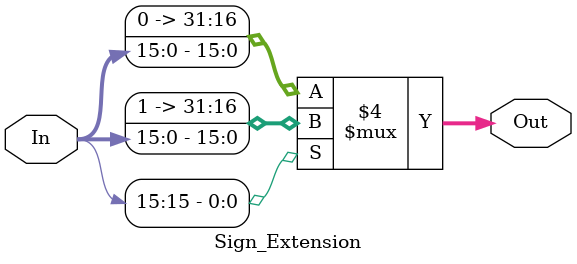
<source format=v>
module Sign_Extension(input [15:0] In,output reg [31:0] Out);	 
always@(In) 
begin
if (In[15]==1)
begin
Out = {16'hffff , In};
end
else 
begin
Out = {16'h0000, In};
end
end
endmodule

</source>
